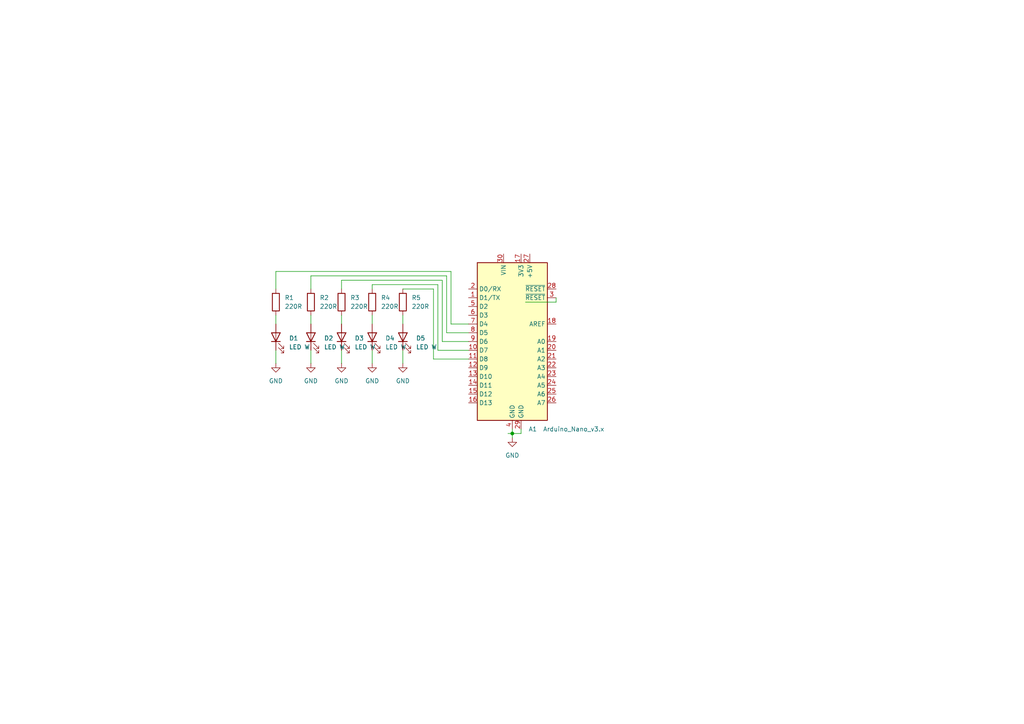
<source format=kicad_sch>
(kicad_sch (version 20250114) (generator "eeschema") (generator_version "9.0")
  (paper "A4")
  (lib_symbols
    (symbol "Device:LED" (pin_numbers (hide yes)) (pin_names (offset 1.016) (hide yes))
      (property "Reference" "D" (at 0 2.54 0))
      (property "Value" "LED" (at 0 -2.54 0))
      (symbol "LED_0_1"
        (polyline (pts (xy -3.048 -0.762) (xy -4.572 -2.286) (xy -3.81 -2.286) (xy -4.572 -2.286) (xy -4.572 -1.524)))
        (polyline (pts (xy -1.778 -0.762) (xy -3.302 -2.286) (xy -2.54 -2.286) (xy -3.302 -2.286) (xy -3.302 -1.524)))
        (polyline (pts (xy -1.27 0) (xy 1.27 0)))
        (polyline (pts (xy -1.27 -1.27) (xy -1.27 1.27)) (stroke (width 0.254)))
        (polyline (pts (xy 1.27 -1.27) (xy 1.27 1.27) (xy -1.27 0) (xy 1.27 -1.27)) (stroke (width 0.254)))
      )
      (symbol "LED_1_1"
        (pin passive line (at -3.81 0 0) (length 2.54) (name "K") (number "1"))
        (pin passive line (at 3.81 0 180) (length 2.54) (name "A") (number "2"))
      )
    )
    (symbol "Device:R" (pin_numbers (hide yes)) (pin_names (offset 0))
      (property "Reference" "R" (at 2.032 0 90))
      (property "Value" "R" (at 0 0 90))
      (symbol "R_0_1"
        (rectangle (start -1.016 -2.54) (end 1.016 2.54) (stroke (width 0.254)))
      )
      (symbol "R_1_1"
        (pin passive line (at 0 3.81 270) (length 1.27) (name "~") (number "1"))
        (pin passive line (at 0 -3.81 90) (length 1.27) (name "~") (number "2"))
      )
    )
    (symbol "MCU_Module:Arduino_Nano_v3.x"
      (property "Reference" "A" (at -10.16 23.495 0))
      (property "Value" "Arduino_Nano_v3.x" (at 5.08 -24.13 0))
      (symbol "Arduino_Nano_v3.x_0_1"
        (rectangle (start -10.16 22.86) (end 10.16 -22.86) (stroke (width 0.254)) (fill (type background)))
      )
      (symbol "Arduino_Nano_v3.x_1_1"
        (pin bidirectional line (at -12.7 15.24 0) (length 2.54) (name "D0/RX") (number "2"))
        (pin bidirectional line (at -12.7 12.7 0) (length 2.54) (name "D1/TX") (number "1"))
        (pin bidirectional line (at -12.7 10.16 0) (length 2.54) (name "D2") (number "5"))
        (pin bidirectional line (at -12.7 7.62 0) (length 2.54) (name "D3") (number "6"))
        (pin bidirectional line (at -12.7 5.08 0) (length 2.54) (name "D4") (number "7"))
        (pin bidirectional line (at -12.7 2.54 0) (length 2.54) (name "D5") (number "8"))
        (pin bidirectional line (at -12.7 0 0) (length 2.54) (name "D6") (number "9"))
        (pin bidirectional line (at -12.7 -2.54 0) (length 2.54) (name "D7") (number "10"))
        (pin bidirectional line (at -12.7 -5.08 0) (length 2.54) (name "D8") (number "11"))
        (pin bidirectional line (at -12.7 -7.62 0) (length 2.54) (name "D9") (number "12"))
        (pin bidirectional line (at -12.7 -10.16 0) (length 2.54) (name "D10") (number "13"))
        (pin bidirectional line (at -12.7 -12.7 0) (length 2.54) (name "D11") (number "14"))
        (pin bidirectional line (at -12.7 -15.24 0) (length 2.54) (name "D12") (number "15"))
        (pin bidirectional line (at -12.7 -17.78 0) (length 2.54) (name "D13") (number "16"))
        (pin power_in line (at -2.54 25.4 270) (length 2.54) (name "VIN") (number "30"))
        (pin power_in line (at 0 -25.4 90) (length 2.54) (name "GND") (number "4"))
        (pin power_out line (at 2.54 25.4 270) (length 2.54) (name "3V3") (number "17"))
        (pin power_in line (at 2.54 -25.4 90) (length 2.54) (name "GND") (number "29"))
        (pin power_out line (at 5.08 25.4 270) (length 2.54) (name "+5V") (number "27"))
        (pin input line (at 12.7 15.24 180) (length 2.54) (name "~{RESET}") (number "28"))
        (pin input line (at 12.7 12.7 180) (length 2.54) (name "~{RESET}") (number "3"))
        (pin input line (at 12.7 5.08 180) (length 2.54) (name "AREF") (number "18"))
        (pin bidirectional line (at 12.7 0 180) (length 2.54) (name "A0") (number "19"))
        (pin bidirectional line (at 12.7 -2.54 180) (length 2.54) (name "A1") (number "20"))
        (pin bidirectional line (at 12.7 -5.08 180) (length 2.54) (name "A2") (number "21"))
        (pin bidirectional line (at 12.7 -7.62 180) (length 2.54) (name "A3") (number "22"))
        (pin bidirectional line (at 12.7 -10.16 180) (length 2.54) (name "A4") (number "23"))
        (pin bidirectional line (at 12.7 -12.7 180) (length 2.54) (name "A5") (number "24"))
        (pin bidirectional line (at 12.7 -15.24 180) (length 2.54) (name "A6") (number "25"))
        (pin bidirectional line (at 12.7 -17.78 180) (length 2.54) (name "A7") (number "26"))
      )
    )
    (symbol "power:GND" (power) (pin_numbers (hide yes)) (pin_names (offset 0) (hide yes))
      (property "Value" "GND" (at 0 -3.81 0))
      (symbol "GND_0_1"
        (polyline (pts (xy 0 0) (xy 0 -1.27) (xy 1.27 -1.27) (xy 0 -2.54) (xy -1.27 -1.27) (xy 0 -1.27)))
      )
      (symbol "GND_1_1"
        (pin power_in line (at 0 0 270) (length 0) (name "~") (number "1"))
      )
    )
  )
  (junction (at 148.59 125.73))
  (wire (pts (xy 99.06 81.28) (xy 128.27 81.28)))
  (wire (pts (xy 99.06 91.44) (xy 99.06 93.98)))
  (wire (pts (xy 127 101.6) (xy 135.89 101.6)))
  (wire (pts (xy 90.17 83.82) (xy 90.17 80.01)))
  (wire (pts (xy 125.73 104.14) (xy 125.73 83.82)))
  (wire (pts (xy 90.17 91.44) (xy 90.17 93.98)))
  (wire (pts (xy 148.59 124.46) (xy 148.59 125.73)))
  (wire (pts (xy 147.32 125.73) (xy 148.59 125.73)))
  (wire (pts (xy 116.84 91.44) (xy 116.84 93.98)))
  (wire (pts (xy 99.06 83.82) (xy 99.06 81.28)))
  (wire (pts (xy 80.01 101.6) (xy 80.01 105.41)))
  (wire (pts (xy 148.59 125.73) (xy 151.13 125.73)))
  (wire (pts (xy 128.27 99.06) (xy 128.27 81.28)))
  (wire (pts (xy 148.59 125.73) (xy 148.59 127)))
  (wire (pts (xy 128.27 99.06) (xy 135.89 99.06)))
  (wire (pts (xy 116.84 101.6) (xy 116.84 105.41)))
  (wire (pts (xy 107.95 101.6) (xy 107.95 105.41)))
  (wire (pts (xy 151.13 124.46) (xy 151.13 125.73)))
  (wire (pts (xy 130.81 93.98) (xy 130.81 78.74)))
  (wire (pts (xy 90.17 101.6) (xy 90.17 105.41)))
  (wire (pts (xy 80.01 78.74) (xy 130.81 78.74)))
  (wire (pts (xy 107.95 83.82) (xy 107.95 82.55)))
  (wire (pts (xy 80.01 91.44) (xy 80.01 93.98)))
  (wire (pts (xy 161.29 86.36) (xy 161.29 87.63)))
  (wire (pts (xy 129.54 96.52) (xy 129.54 80.01)))
  (wire (pts (xy 107.95 82.55) (xy 127 82.55)))
  (wire (pts (xy 116.84 83.82) (xy 125.73 83.82)))
  (wire (pts (xy 80.01 83.82) (xy 80.01 78.74)))
  (wire (pts (xy 107.95 91.44) (xy 107.95 93.98)))
  (wire (pts (xy 99.06 101.6) (xy 99.06 105.41)))
  (wire (pts (xy 129.54 96.52) (xy 135.89 96.52)))
  (wire (pts (xy 130.81 93.98) (xy 135.89 93.98)))
  (wire (pts (xy 127 101.6) (xy 127 82.55)))
  (wire (pts (xy 161.29 87.63) (xy 152.4 87.63)))
  (wire (pts (xy 90.17 80.01) (xy 129.54 80.01)))
  (wire (pts (xy 125.73 104.14) (xy 135.89 104.14)))
  (symbol (lib_id "Device:R") (at 116.84 87.63 0) (unit 1)
    (property "Reference" "R5" (at 119.38 86.3599 0) (effects (justify left)))
    (property "Value" "220R" (at 119.38 88.8999 0) (effects (justify left)))
    (property "Description" "Resistor" (effects (hide yes)))
  )
  (symbol (lib_id "Device:LED") (at 80.01 97.79 90) (unit 1)
    (property "Reference" "D1" (at 83.82 98.1074 90) (effects (justify right)))
    (property "Value" "LED W" (at 83.82 100.6474 90) (effects (justify right)))
    (property "Description" "Light emitting diode" (effects (hide yes)))
    (property "Sim.Pins" "1=K 2=A" (effects (hide yes)))
  )
  (symbol (lib_id "Device:LED") (at 99.06 97.79 90) (unit 1)
    (property "Reference" "D3" (at 102.87 98.1074 90) (effects (justify right)))
    (property "Value" "LED W" (at 102.87 100.6474 90) (effects (justify right)))
    (property "Description" "Light emitting diode" (effects (hide yes)))
    (property "Sim.Pins" "1=K 2=A" (effects (hide yes)))
  )
  (symbol (lib_id "power:GND") (at 90.17 105.41 0) (unit 1)
    (property "Reference" "#PWR04" (effects (hide yes)))
    (property "Value" "GND" (at 90.17 110.49 0))
    (property "Description" "Power symbol creates a global label with name \"GND\" , ground" (effects (hide yes)))
  )
  (symbol (lib_id "Device:R") (at 107.95 87.63 0) (unit 1)
    (property "Reference" "R4" (at 110.49 86.3599 0) (effects (justify left)))
    (property "Value" "220R" (at 110.49 88.8999 0) (effects (justify left)))
    (property "Description" "Resistor" (effects (hide yes)))
  )
  (symbol (lib_id "Device:LED") (at 107.95 97.79 90) (unit 1)
    (property "Reference" "D4" (at 111.76 98.1074 90) (effects (justify right)))
    (property "Value" "LED W" (at 111.76 100.6474 90) (effects (justify right)))
    (property "Description" "Light emitting diode" (effects (hide yes)))
    (property "Sim.Pins" "1=K 2=A" (effects (hide yes)))
  )
  (symbol (lib_id "Device:R") (at 90.17 87.63 0) (unit 1)
    (property "Reference" "R2" (at 92.71 86.3599 0) (effects (justify left)))
    (property "Value" "220R" (at 92.71 88.8999 0) (effects (justify left)))
    (property "Description" "Resistor" (effects (hide yes)))
  )
  (symbol (lib_id "power:GND") (at 107.95 105.41 0) (unit 1)
    (property "Reference" "#PWR06" (effects (hide yes)))
    (property "Value" "GND" (at 107.95 110.49 0))
    (property "Description" "Power symbol creates a global label with name \"GND\" , ground" (effects (hide yes)))
  )
  (symbol (lib_id "MCU_Module:Arduino_Nano_v3.x") (at 148.59 99.06 0) (unit 1)
    (property "Reference" "A1" (at 153.2733 124.46 0) (effects (justify left)))
    (property "Value" "Arduino_Nano_v3.x" (at 157.48 124.46 0) (effects (justify left)))
    (property "Footprint" "Module:Arduino_Nano" (effects (hide yes)))
    (property "Datasheet" "http://www.mouser.com/pdfdocs/Gravitech_Arduino_Nano3_0.pdf" (effects (hide yes)))
    (property "Description" "Arduino Nano v3.x" (effects (hide yes)))
  )
  (symbol (lib_id "Device:LED") (at 90.17 97.79 90) (unit 1)
    (property "Reference" "D2" (at 93.98 98.1074 90) (effects (justify right)))
    (property "Value" "LED W" (at 93.98 100.6474 90) (effects (justify right)))
    (property "Description" "Light emitting diode" (effects (hide yes)))
    (property "Sim.Pins" "1=K 2=A" (effects (hide yes)))
  )
  (symbol (lib_id "power:GND") (at 116.84 105.41 0) (unit 1)
    (property "Reference" "#PWR07" (effects (hide yes)))
    (property "Value" "GND" (at 116.84 110.49 0))
    (property "Description" "Power symbol creates a global label with name \"GND\" , ground" (effects (hide yes)))
  )
  (symbol (lib_id "power:GND") (at 80.01 105.41 0) (unit 1)
    (property "Reference" "#PWR03" (effects (hide yes)))
    (property "Value" "GND" (at 80.01 110.49 0))
    (property "Description" "Power symbol creates a global label with name \"GND\" , ground" (effects (hide yes)))
  )
  (symbol (lib_id "power:GND") (at 99.06 105.41 0) (unit 1)
    (property "Reference" "#PWR05" (effects (hide yes)))
    (property "Value" "GND" (at 99.06 110.49 0))
    (property "Description" "Power symbol creates a global label with name \"GND\" , ground" (effects (hide yes)))
  )
  (symbol (lib_id "Device:R") (at 80.01 87.63 0) (unit 1)
    (property "Reference" "R1" (at 82.55 86.3599 0) (effects (justify left)))
    (property "Value" "220R" (at 82.55 88.8999 0) (effects (justify left)))
    (property "Description" "Resistor" (effects (hide yes)))
  )
  (symbol (lib_id "power:GND") (at 148.59 127 0) (unit 1)
    (property "Reference" "#PWR02" (effects (hide yes)))
    (property "Value" "GND" (at 148.59 132.08 0))
    (property "Description" "Power symbol creates a global label with name \"GND\" , ground" (effects (hide yes)))
  )
  (symbol (lib_id "Device:LED") (at 116.84 97.79 90) (unit 1)
    (property "Reference" "D5" (at 120.65 98.1074 90) (effects (justify right)))
    (property "Value" "LED W" (at 120.65 100.6474 90) (effects (justify right)))
    (property "Description" "Light emitting diode" (effects (hide yes)))
    (property "Sim.Pins" "1=K 2=A" (effects (hide yes)))
  )
  (symbol (lib_id "Device:R") (at 99.06 87.63 0) (unit 1)
    (property "Reference" "R3" (at 101.6 86.3599 0) (effects (justify left)))
    (property "Value" "220R" (at 101.6 88.8999 0) (effects (justify left)))
    (property "Description" "Resistor" (effects (hide yes)))
  )
)
</source>
